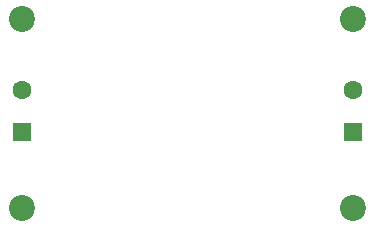
<source format=gbs>
G04 #@! TF.GenerationSoftware,KiCad,Pcbnew,(6.0.7-1)-1*
G04 #@! TF.CreationDate,2024-08-15T11:28:19+03:00*
G04 #@! TF.ProjectId,Induction,496e6475-6374-4696-9f6e-2e6b69636164,rev?*
G04 #@! TF.SameCoordinates,Original*
G04 #@! TF.FileFunction,Soldermask,Bot*
G04 #@! TF.FilePolarity,Negative*
%FSLAX46Y46*%
G04 Gerber Fmt 4.6, Leading zero omitted, Abs format (unit mm)*
G04 Created by KiCad (PCBNEW (6.0.7-1)-1) date 2024-08-15 11:28:19*
%MOMM*%
%LPD*%
G01*
G04 APERTURE LIST*
G04 Aperture macros list*
%AMRoundRect*
0 Rectangle with rounded corners*
0 $1 Rounding radius*
0 $2 $3 $4 $5 $6 $7 $8 $9 X,Y pos of 4 corners*
0 Add a 4 corners polygon primitive as box body*
4,1,4,$2,$3,$4,$5,$6,$7,$8,$9,$2,$3,0*
0 Add four circle primitives for the rounded corners*
1,1,$1+$1,$2,$3*
1,1,$1+$1,$4,$5*
1,1,$1+$1,$6,$7*
1,1,$1+$1,$8,$9*
0 Add four rect primitives between the rounded corners*
20,1,$1+$1,$2,$3,$4,$5,0*
20,1,$1+$1,$4,$5,$6,$7,0*
20,1,$1+$1,$6,$7,$8,$9,0*
20,1,$1+$1,$8,$9,$2,$3,0*%
G04 Aperture macros list end*
%ADD10C,2.200000*%
%ADD11RoundRect,0.250000X0.550000X-0.550000X0.550000X0.550000X-0.550000X0.550000X-0.550000X-0.550000X0*%
%ADD12C,1.600000*%
G04 APERTURE END LIST*
D10*
X171000000Y-63000000D03*
X171000000Y-63000000D03*
X143000000Y-63000000D03*
X143000000Y-63000000D03*
D11*
X171000000Y-72600000D03*
D12*
X171000000Y-69000000D03*
D10*
X143000000Y-79000000D03*
X143000000Y-79000000D03*
X171000000Y-79000000D03*
X171000000Y-79000000D03*
D11*
X143000000Y-72600000D03*
D12*
X143000000Y-69000000D03*
M02*

</source>
